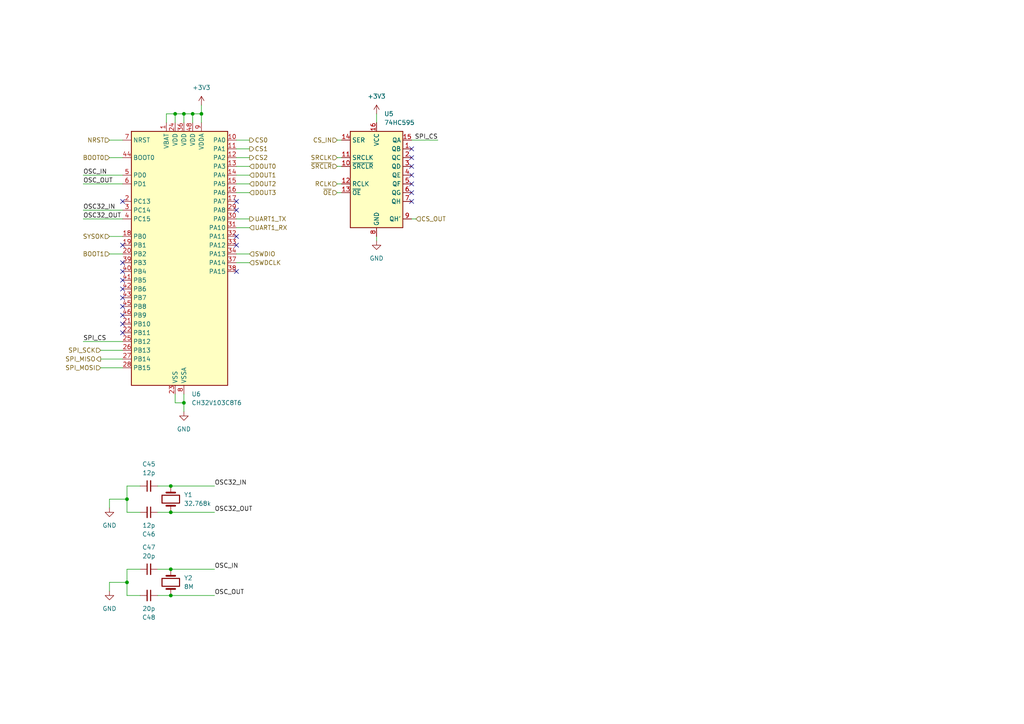
<source format=kicad_sch>
(kicad_sch (version 20230121) (generator eeschema)

  (uuid 12777b68-863e-40ea-be24-6e4f07847ea6)

  (paper "A4")

  (title_block
    (title "Yet Another EXG Channel Board")
    (date "2024-02-07")
    (rev "1")
    (company "Yet Another AI Ltd.")
  )

  (lib_symbols
    (symbol "74xx:74HC595" (in_bom yes) (on_board yes)
      (property "Reference" "U" (at -7.62 13.97 0)
        (effects (font (size 1.27 1.27)))
      )
      (property "Value" "74HC595" (at -7.62 -16.51 0)
        (effects (font (size 1.27 1.27)))
      )
      (property "Footprint" "" (at 0 0 0)
        (effects (font (size 1.27 1.27)) hide)
      )
      (property "Datasheet" "http://www.ti.com/lit/ds/symlink/sn74hc595.pdf" (at 0 0 0)
        (effects (font (size 1.27 1.27)) hide)
      )
      (property "ki_keywords" "HCMOS SR 3State" (at 0 0 0)
        (effects (font (size 1.27 1.27)) hide)
      )
      (property "ki_description" "8-bit serial in/out Shift Register 3-State Outputs" (at 0 0 0)
        (effects (font (size 1.27 1.27)) hide)
      )
      (property "ki_fp_filters" "DIP*W7.62mm* SOIC*3.9x9.9mm*P1.27mm* TSSOP*4.4x5mm*P0.65mm* SOIC*5.3x10.2mm*P1.27mm* SOIC*7.5x10.3mm*P1.27mm*" (at 0 0 0)
        (effects (font (size 1.27 1.27)) hide)
      )
      (symbol "74HC595_1_0"
        (pin tri_state line (at 10.16 7.62 180) (length 2.54)
          (name "QB" (effects (font (size 1.27 1.27))))
          (number "1" (effects (font (size 1.27 1.27))))
        )
        (pin input line (at -10.16 2.54 0) (length 2.54)
          (name "~{SRCLR}" (effects (font (size 1.27 1.27))))
          (number "10" (effects (font (size 1.27 1.27))))
        )
        (pin input line (at -10.16 5.08 0) (length 2.54)
          (name "SRCLK" (effects (font (size 1.27 1.27))))
          (number "11" (effects (font (size 1.27 1.27))))
        )
        (pin input line (at -10.16 -2.54 0) (length 2.54)
          (name "RCLK" (effects (font (size 1.27 1.27))))
          (number "12" (effects (font (size 1.27 1.27))))
        )
        (pin input line (at -10.16 -5.08 0) (length 2.54)
          (name "~{OE}" (effects (font (size 1.27 1.27))))
          (number "13" (effects (font (size 1.27 1.27))))
        )
        (pin input line (at -10.16 10.16 0) (length 2.54)
          (name "SER" (effects (font (size 1.27 1.27))))
          (number "14" (effects (font (size 1.27 1.27))))
        )
        (pin tri_state line (at 10.16 10.16 180) (length 2.54)
          (name "QA" (effects (font (size 1.27 1.27))))
          (number "15" (effects (font (size 1.27 1.27))))
        )
        (pin power_in line (at 0 15.24 270) (length 2.54)
          (name "VCC" (effects (font (size 1.27 1.27))))
          (number "16" (effects (font (size 1.27 1.27))))
        )
        (pin tri_state line (at 10.16 5.08 180) (length 2.54)
          (name "QC" (effects (font (size 1.27 1.27))))
          (number "2" (effects (font (size 1.27 1.27))))
        )
        (pin tri_state line (at 10.16 2.54 180) (length 2.54)
          (name "QD" (effects (font (size 1.27 1.27))))
          (number "3" (effects (font (size 1.27 1.27))))
        )
        (pin tri_state line (at 10.16 0 180) (length 2.54)
          (name "QE" (effects (font (size 1.27 1.27))))
          (number "4" (effects (font (size 1.27 1.27))))
        )
        (pin tri_state line (at 10.16 -2.54 180) (length 2.54)
          (name "QF" (effects (font (size 1.27 1.27))))
          (number "5" (effects (font (size 1.27 1.27))))
        )
        (pin tri_state line (at 10.16 -5.08 180) (length 2.54)
          (name "QG" (effects (font (size 1.27 1.27))))
          (number "6" (effects (font (size 1.27 1.27))))
        )
        (pin tri_state line (at 10.16 -7.62 180) (length 2.54)
          (name "QH" (effects (font (size 1.27 1.27))))
          (number "7" (effects (font (size 1.27 1.27))))
        )
        (pin power_in line (at 0 -17.78 90) (length 2.54)
          (name "GND" (effects (font (size 1.27 1.27))))
          (number "8" (effects (font (size 1.27 1.27))))
        )
        (pin output line (at 10.16 -12.7 180) (length 2.54)
          (name "QH'" (effects (font (size 1.27 1.27))))
          (number "9" (effects (font (size 1.27 1.27))))
        )
      )
      (symbol "74HC595_1_1"
        (rectangle (start -7.62 12.7) (end 7.62 -15.24)
          (stroke (width 0.254) (type default))
          (fill (type background))
        )
      )
    )
    (symbol "Device:C_Small" (pin_numbers hide) (pin_names (offset 0.254) hide) (in_bom yes) (on_board yes)
      (property "Reference" "C" (at 0.254 1.778 0)
        (effects (font (size 1.27 1.27)) (justify left))
      )
      (property "Value" "C_Small" (at 0.254 -2.032 0)
        (effects (font (size 1.27 1.27)) (justify left))
      )
      (property "Footprint" "" (at 0 0 0)
        (effects (font (size 1.27 1.27)) hide)
      )
      (property "Datasheet" "~" (at 0 0 0)
        (effects (font (size 1.27 1.27)) hide)
      )
      (property "ki_keywords" "capacitor cap" (at 0 0 0)
        (effects (font (size 1.27 1.27)) hide)
      )
      (property "ki_description" "Unpolarized capacitor, small symbol" (at 0 0 0)
        (effects (font (size 1.27 1.27)) hide)
      )
      (property "ki_fp_filters" "C_*" (at 0 0 0)
        (effects (font (size 1.27 1.27)) hide)
      )
      (symbol "C_Small_0_1"
        (polyline
          (pts
            (xy -1.524 -0.508)
            (xy 1.524 -0.508)
          )
          (stroke (width 0.3302) (type default))
          (fill (type none))
        )
        (polyline
          (pts
            (xy -1.524 0.508)
            (xy 1.524 0.508)
          )
          (stroke (width 0.3048) (type default))
          (fill (type none))
        )
      )
      (symbol "C_Small_1_1"
        (pin passive line (at 0 2.54 270) (length 2.032)
          (name "~" (effects (font (size 1.27 1.27))))
          (number "1" (effects (font (size 1.27 1.27))))
        )
        (pin passive line (at 0 -2.54 90) (length 2.032)
          (name "~" (effects (font (size 1.27 1.27))))
          (number "2" (effects (font (size 1.27 1.27))))
        )
      )
    )
    (symbol "Device:Crystal" (pin_numbers hide) (pin_names (offset 1.016) hide) (in_bom yes) (on_board yes)
      (property "Reference" "Y" (at 0 3.81 0)
        (effects (font (size 1.27 1.27)))
      )
      (property "Value" "Crystal" (at 0 -3.81 0)
        (effects (font (size 1.27 1.27)))
      )
      (property "Footprint" "" (at 0 0 0)
        (effects (font (size 1.27 1.27)) hide)
      )
      (property "Datasheet" "~" (at 0 0 0)
        (effects (font (size 1.27 1.27)) hide)
      )
      (property "ki_keywords" "quartz ceramic resonator oscillator" (at 0 0 0)
        (effects (font (size 1.27 1.27)) hide)
      )
      (property "ki_description" "Two pin crystal" (at 0 0 0)
        (effects (font (size 1.27 1.27)) hide)
      )
      (property "ki_fp_filters" "Crystal*" (at 0 0 0)
        (effects (font (size 1.27 1.27)) hide)
      )
      (symbol "Crystal_0_1"
        (rectangle (start -1.143 2.54) (end 1.143 -2.54)
          (stroke (width 0.3048) (type default))
          (fill (type none))
        )
        (polyline
          (pts
            (xy -2.54 0)
            (xy -1.905 0)
          )
          (stroke (width 0) (type default))
          (fill (type none))
        )
        (polyline
          (pts
            (xy -1.905 -1.27)
            (xy -1.905 1.27)
          )
          (stroke (width 0.508) (type default))
          (fill (type none))
        )
        (polyline
          (pts
            (xy 1.905 -1.27)
            (xy 1.905 1.27)
          )
          (stroke (width 0.508) (type default))
          (fill (type none))
        )
        (polyline
          (pts
            (xy 2.54 0)
            (xy 1.905 0)
          )
          (stroke (width 0) (type default))
          (fill (type none))
        )
      )
      (symbol "Crystal_1_1"
        (pin passive line (at -3.81 0 0) (length 1.27)
          (name "1" (effects (font (size 1.27 1.27))))
          (number "1" (effects (font (size 1.27 1.27))))
        )
        (pin passive line (at 3.81 0 180) (length 1.27)
          (name "2" (effects (font (size 1.27 1.27))))
          (number "2" (effects (font (size 1.27 1.27))))
        )
      )
    )
    (symbol "MCU_WCH:CH32V103C8T6" (in_bom yes) (on_board yes)
      (property "Reference" "U" (at -12.7 39.37 0)
        (effects (font (size 1.27 1.27)) (justify left))
      )
      (property "Value" "CH32V103C8T6" (at 10.16 39.37 0)
        (effects (font (size 1.27 1.27)) (justify left))
      )
      (property "Footprint" "Package_QFP:LQFP-48_7x7mm_P0.5mm" (at -12.7 -35.56 0)
        (effects (font (size 1.27 1.27)) (justify right) hide)
      )
      (property "Datasheet" "https://www.wch-ic.com/downloads/CH32F103DS0_PDF.html" (at 0 0 0)
        (effects (font (size 1.27 1.27)) hide)
      )
      (property "LCSC ID" "C2764428" (at 0 0 0)
        (effects (font (size 1.27 1.27)))
      )
      (property "ki_keywords" "RISC-V Qingke-V3A CH32V1 CH32V103" (at 0 0 0)
        (effects (font (size 1.27 1.27)) hide)
      )
      (property "ki_description" "WCH Qingke-V3A MCU, 64KB flash, 20KB RAM, 80MHz, 2.7-5.5V, 37 GPIO, LQFP48" (at 0 0 0)
        (effects (font (size 1.27 1.27)) hide)
      )
      (property "ki_fp_filters" "LQFP*7x7mm*P0.5mm*" (at 0 0 0)
        (effects (font (size 1.27 1.27)) hide)
      )
      (symbol "CH32V103C8T6_0_1"
        (rectangle (start -12.7 38.1) (end 15.24 -35.56)
          (stroke (width 0.254) (type default))
          (fill (type background))
        )
      )
      (symbol "CH32V103C8T6_1_1"
        (pin power_in line (at -2.54 40.64 270) (length 2.54)
          (name "VBAT" (effects (font (size 1.27 1.27))))
          (number "1" (effects (font (size 1.27 1.27))))
        )
        (pin bidirectional line (at 17.78 35.56 180) (length 2.54)
          (name "PA0" (effects (font (size 1.27 1.27))))
          (number "10" (effects (font (size 1.27 1.27))))
          (alternate "ADC1_IN0" bidirectional line)
          (alternate "ADC2_IN0" bidirectional line)
          (alternate "SYS_WKUP" bidirectional line)
          (alternate "TIM2_CH1" bidirectional line)
          (alternate "TIM2_ETR" bidirectional line)
          (alternate "USART2_CTS" bidirectional line)
        )
        (pin bidirectional line (at 17.78 33.02 180) (length 2.54)
          (name "PA1" (effects (font (size 1.27 1.27))))
          (number "11" (effects (font (size 1.27 1.27))))
          (alternate "ADC1_IN1" bidirectional line)
          (alternate "ADC2_IN1" bidirectional line)
          (alternate "TIM2_CH2" bidirectional line)
          (alternate "USART2_RTS" bidirectional line)
        )
        (pin bidirectional line (at 17.78 30.48 180) (length 2.54)
          (name "PA2" (effects (font (size 1.27 1.27))))
          (number "12" (effects (font (size 1.27 1.27))))
          (alternate "ADC1_IN2" bidirectional line)
          (alternate "ADC2_IN2" bidirectional line)
          (alternate "TIM2_CH3" bidirectional line)
          (alternate "USART2_TX" bidirectional line)
        )
        (pin bidirectional line (at 17.78 27.94 180) (length 2.54)
          (name "PA3" (effects (font (size 1.27 1.27))))
          (number "13" (effects (font (size 1.27 1.27))))
          (alternate "ADC1_IN3" bidirectional line)
          (alternate "ADC2_IN3" bidirectional line)
          (alternate "TIM2_CH4" bidirectional line)
          (alternate "USART2_RX" bidirectional line)
        )
        (pin bidirectional line (at 17.78 25.4 180) (length 2.54)
          (name "PA4" (effects (font (size 1.27 1.27))))
          (number "14" (effects (font (size 1.27 1.27))))
          (alternate "ADC1_IN4" bidirectional line)
          (alternate "ADC2_IN4" bidirectional line)
          (alternate "SPI1_NSS" bidirectional line)
          (alternate "USART2_CK" bidirectional line)
        )
        (pin bidirectional line (at 17.78 22.86 180) (length 2.54)
          (name "PA5" (effects (font (size 1.27 1.27))))
          (number "15" (effects (font (size 1.27 1.27))))
          (alternate "ADC1_IN5" bidirectional line)
          (alternate "ADC2_IN5" bidirectional line)
          (alternate "SPI1_SCK" bidirectional line)
        )
        (pin bidirectional line (at 17.78 20.32 180) (length 2.54)
          (name "PA6" (effects (font (size 1.27 1.27))))
          (number "16" (effects (font (size 1.27 1.27))))
          (alternate "ADC1_IN6" bidirectional line)
          (alternate "ADC2_IN6" bidirectional line)
          (alternate "SPI1_MISO" bidirectional line)
          (alternate "TIM1_BKIN" bidirectional line)
          (alternate "TIM3_CH1" bidirectional line)
        )
        (pin bidirectional line (at 17.78 17.78 180) (length 2.54)
          (name "PA7" (effects (font (size 1.27 1.27))))
          (number "17" (effects (font (size 1.27 1.27))))
          (alternate "ADC1_IN7" bidirectional line)
          (alternate "ADC2_IN7" bidirectional line)
          (alternate "SPI1_MOSI" bidirectional line)
          (alternate "TIM1_CH1N" bidirectional line)
          (alternate "TIM3_CH2" bidirectional line)
        )
        (pin bidirectional line (at -15.24 7.62 0) (length 2.54)
          (name "PB0" (effects (font (size 1.27 1.27))))
          (number "18" (effects (font (size 1.27 1.27))))
          (alternate "ADC1_IN8" bidirectional line)
          (alternate "ADC2_IN8" bidirectional line)
          (alternate "TIM1_CH2N" bidirectional line)
          (alternate "TIM3_CH3" bidirectional line)
        )
        (pin bidirectional line (at -15.24 5.08 0) (length 2.54)
          (name "PB1" (effects (font (size 1.27 1.27))))
          (number "19" (effects (font (size 1.27 1.27))))
          (alternate "ADC1_IN9" bidirectional line)
          (alternate "ADC2_IN9" bidirectional line)
          (alternate "TIM1_CH3N" bidirectional line)
          (alternate "TIM3_CH4" bidirectional line)
        )
        (pin bidirectional line (at -15.24 17.78 0) (length 2.54)
          (name "PC13" (effects (font (size 1.27 1.27))))
          (number "2" (effects (font (size 1.27 1.27))))
          (alternate "RTC_OUT" bidirectional line)
          (alternate "RTC_TAMPER" bidirectional line)
        )
        (pin bidirectional line (at -15.24 2.54 0) (length 2.54)
          (name "PB2" (effects (font (size 1.27 1.27))))
          (number "20" (effects (font (size 1.27 1.27))))
        )
        (pin bidirectional line (at -15.24 -17.78 0) (length 2.54)
          (name "PB10" (effects (font (size 1.27 1.27))))
          (number "21" (effects (font (size 1.27 1.27))))
          (alternate "I2C2_SCL" bidirectional line)
          (alternate "TIM2_CH3" bidirectional line)
          (alternate "USART3_TX" bidirectional line)
        )
        (pin bidirectional line (at -15.24 -20.32 0) (length 2.54)
          (name "PB11" (effects (font (size 1.27 1.27))))
          (number "22" (effects (font (size 1.27 1.27))))
          (alternate "ADC1_EXTI11" bidirectional line)
          (alternate "ADC2_EXTI11" bidirectional line)
          (alternate "I2C2_SDA" bidirectional line)
          (alternate "TIM2_CH4" bidirectional line)
          (alternate "USART3_RX" bidirectional line)
        )
        (pin power_in line (at 0 -38.1 90) (length 2.54)
          (name "VSS" (effects (font (size 1.27 1.27))))
          (number "23" (effects (font (size 1.27 1.27))))
        )
        (pin power_in line (at 0 40.64 270) (length 2.54)
          (name "VDD" (effects (font (size 1.27 1.27))))
          (number "24" (effects (font (size 1.27 1.27))))
        )
        (pin bidirectional line (at -15.24 -22.86 0) (length 2.54)
          (name "PB12" (effects (font (size 1.27 1.27))))
          (number "25" (effects (font (size 1.27 1.27))))
          (alternate "I2C2_SMBA" bidirectional line)
          (alternate "SPI2_NSS" bidirectional line)
          (alternate "TIM1_BKIN" bidirectional line)
          (alternate "USART3_CK" bidirectional line)
        )
        (pin bidirectional line (at -15.24 -25.4 0) (length 2.54)
          (name "PB13" (effects (font (size 1.27 1.27))))
          (number "26" (effects (font (size 1.27 1.27))))
          (alternate "SPI2_SCK" bidirectional line)
          (alternate "TIM1_CH1N" bidirectional line)
          (alternate "USART3_CTS" bidirectional line)
        )
        (pin bidirectional line (at -15.24 -27.94 0) (length 2.54)
          (name "PB14" (effects (font (size 1.27 1.27))))
          (number "27" (effects (font (size 1.27 1.27))))
          (alternate "SPI2_MISO" bidirectional line)
          (alternate "TIM1_CH2N" bidirectional line)
          (alternate "USART3_RTS" bidirectional line)
        )
        (pin bidirectional line (at -15.24 -30.48 0) (length 2.54)
          (name "PB15" (effects (font (size 1.27 1.27))))
          (number "28" (effects (font (size 1.27 1.27))))
          (alternate "ADC1_EXTI15" bidirectional line)
          (alternate "ADC2_EXTI15" bidirectional line)
          (alternate "SPI2_MOSI" bidirectional line)
          (alternate "TIM1_CH3N" bidirectional line)
        )
        (pin bidirectional line (at 17.78 15.24 180) (length 2.54)
          (name "PA8" (effects (font (size 1.27 1.27))))
          (number "29" (effects (font (size 1.27 1.27))))
          (alternate "RCC_MCO" bidirectional line)
          (alternate "TIM1_CH1" bidirectional line)
          (alternate "USART1_CK" bidirectional line)
        )
        (pin bidirectional line (at -15.24 15.24 0) (length 2.54)
          (name "PC14" (effects (font (size 1.27 1.27))))
          (number "3" (effects (font (size 1.27 1.27))))
          (alternate "RCC_OSC32_IN" bidirectional line)
        )
        (pin bidirectional line (at 17.78 12.7 180) (length 2.54)
          (name "PA9" (effects (font (size 1.27 1.27))))
          (number "30" (effects (font (size 1.27 1.27))))
          (alternate "TIM1_CH2" bidirectional line)
          (alternate "USART1_TX" bidirectional line)
        )
        (pin bidirectional line (at 17.78 10.16 180) (length 2.54)
          (name "PA10" (effects (font (size 1.27 1.27))))
          (number "31" (effects (font (size 1.27 1.27))))
          (alternate "TIM1_CH3" bidirectional line)
          (alternate "USART1_RX" bidirectional line)
        )
        (pin bidirectional line (at 17.78 7.62 180) (length 2.54)
          (name "PA11" (effects (font (size 1.27 1.27))))
          (number "32" (effects (font (size 1.27 1.27))))
          (alternate "ADC1_EXTI11" bidirectional line)
          (alternate "ADC2_EXTI11" bidirectional line)
          (alternate "CAN_RX" bidirectional line)
          (alternate "TIM1_CH4" bidirectional line)
          (alternate "USART1_CTS" bidirectional line)
          (alternate "USB_DM" bidirectional line)
        )
        (pin bidirectional line (at 17.78 5.08 180) (length 2.54)
          (name "PA12" (effects (font (size 1.27 1.27))))
          (number "33" (effects (font (size 1.27 1.27))))
          (alternate "CAN_TX" bidirectional line)
          (alternate "TIM1_ETR" bidirectional line)
          (alternate "USART1_RTS" bidirectional line)
          (alternate "USB_DP" bidirectional line)
        )
        (pin bidirectional line (at 17.78 2.54 180) (length 2.54)
          (name "PA13" (effects (font (size 1.27 1.27))))
          (number "34" (effects (font (size 1.27 1.27))))
          (alternate "SYS_JTMS-SWDIO" bidirectional line)
        )
        (pin passive line (at 0 -38.1 90) (length 2.54) hide
          (name "VSS" (effects (font (size 1.27 1.27))))
          (number "35" (effects (font (size 1.27 1.27))))
        )
        (pin power_in line (at 2.54 40.64 270) (length 2.54)
          (name "VDD" (effects (font (size 1.27 1.27))))
          (number "36" (effects (font (size 1.27 1.27))))
        )
        (pin bidirectional line (at 17.78 0 180) (length 2.54)
          (name "PA14" (effects (font (size 1.27 1.27))))
          (number "37" (effects (font (size 1.27 1.27))))
          (alternate "SYS_JTCK-SWCLK" bidirectional line)
        )
        (pin bidirectional line (at 17.78 -2.54 180) (length 2.54)
          (name "PA15" (effects (font (size 1.27 1.27))))
          (number "38" (effects (font (size 1.27 1.27))))
          (alternate "ADC1_EXTI15" bidirectional line)
          (alternate "ADC2_EXTI15" bidirectional line)
          (alternate "SPI1_NSS" bidirectional line)
          (alternate "SYS_JTDI" bidirectional line)
          (alternate "TIM2_CH1" bidirectional line)
          (alternate "TIM2_ETR" bidirectional line)
        )
        (pin bidirectional line (at -15.24 0 0) (length 2.54)
          (name "PB3" (effects (font (size 1.27 1.27))))
          (number "39" (effects (font (size 1.27 1.27))))
          (alternate "SPI1_SCK" bidirectional line)
          (alternate "SYS_JTDO-TRACESWO" bidirectional line)
          (alternate "TIM2_CH2" bidirectional line)
        )
        (pin bidirectional line (at -15.24 12.7 0) (length 2.54)
          (name "PC15" (effects (font (size 1.27 1.27))))
          (number "4" (effects (font (size 1.27 1.27))))
          (alternate "ADC1_EXTI15" bidirectional line)
          (alternate "ADC2_EXTI15" bidirectional line)
          (alternate "RCC_OSC32_OUT" bidirectional line)
        )
        (pin bidirectional line (at -15.24 -2.54 0) (length 2.54)
          (name "PB4" (effects (font (size 1.27 1.27))))
          (number "40" (effects (font (size 1.27 1.27))))
          (alternate "SPI1_MISO" bidirectional line)
          (alternate "SYS_NJTRST" bidirectional line)
          (alternate "TIM3_CH1" bidirectional line)
        )
        (pin bidirectional line (at -15.24 -5.08 0) (length 2.54)
          (name "PB5" (effects (font (size 1.27 1.27))))
          (number "41" (effects (font (size 1.27 1.27))))
          (alternate "I2C1_SMBA" bidirectional line)
          (alternate "SPI1_MOSI" bidirectional line)
          (alternate "TIM3_CH2" bidirectional line)
        )
        (pin bidirectional line (at -15.24 -7.62 0) (length 2.54)
          (name "PB6" (effects (font (size 1.27 1.27))))
          (number "42" (effects (font (size 1.27 1.27))))
          (alternate "I2C1_SCL" bidirectional line)
          (alternate "TIM4_CH1" bidirectional line)
          (alternate "USART1_TX" bidirectional line)
        )
        (pin bidirectional line (at -15.24 -10.16 0) (length 2.54)
          (name "PB7" (effects (font (size 1.27 1.27))))
          (number "43" (effects (font (size 1.27 1.27))))
          (alternate "I2C1_SDA" bidirectional line)
          (alternate "TIM4_CH2" bidirectional line)
          (alternate "USART1_RX" bidirectional line)
        )
        (pin input line (at -15.24 30.48 0) (length 2.54)
          (name "BOOT0" (effects (font (size 1.27 1.27))))
          (number "44" (effects (font (size 1.27 1.27))))
        )
        (pin bidirectional line (at -15.24 -12.7 0) (length 2.54)
          (name "PB8" (effects (font (size 1.27 1.27))))
          (number "45" (effects (font (size 1.27 1.27))))
          (alternate "CAN_RX" bidirectional line)
          (alternate "I2C1_SCL" bidirectional line)
          (alternate "TIM4_CH3" bidirectional line)
        )
        (pin bidirectional line (at -15.24 -15.24 0) (length 2.54)
          (name "PB9" (effects (font (size 1.27 1.27))))
          (number "46" (effects (font (size 1.27 1.27))))
          (alternate "CAN_TX" bidirectional line)
          (alternate "I2C1_SDA" bidirectional line)
          (alternate "TIM4_CH4" bidirectional line)
        )
        (pin passive line (at 0 -38.1 90) (length 2.54) hide
          (name "VSS" (effects (font (size 1.27 1.27))))
          (number "47" (effects (font (size 1.27 1.27))))
        )
        (pin power_in line (at 5.08 40.64 270) (length 2.54)
          (name "VDD" (effects (font (size 1.27 1.27))))
          (number "48" (effects (font (size 1.27 1.27))))
        )
        (pin bidirectional line (at -15.24 25.4 0) (length 2.54)
          (name "PD0" (effects (font (size 1.27 1.27))))
          (number "5" (effects (font (size 1.27 1.27))))
          (alternate "RCC_OSC_IN" bidirectional line)
        )
        (pin bidirectional line (at -15.24 22.86 0) (length 2.54)
          (name "PD1" (effects (font (size 1.27 1.27))))
          (number "6" (effects (font (size 1.27 1.27))))
          (alternate "RCC_OSC_OUT" bidirectional line)
        )
        (pin input line (at -15.24 35.56 0) (length 2.54)
          (name "NRST" (effects (font (size 1.27 1.27))))
          (number "7" (effects (font (size 1.27 1.27))))
        )
        (pin power_in line (at 2.54 -38.1 90) (length 2.54)
          (name "VSSA" (effects (font (size 1.27 1.27))))
          (number "8" (effects (font (size 1.27 1.27))))
        )
        (pin power_in line (at 7.62 40.64 270) (length 2.54)
          (name "VDDA" (effects (font (size 1.27 1.27))))
          (number "9" (effects (font (size 1.27 1.27))))
        )
      )
    )
    (symbol "power:+3V3" (power) (pin_names (offset 0)) (in_bom yes) (on_board yes)
      (property "Reference" "#PWR" (at 0 -3.81 0)
        (effects (font (size 1.27 1.27)) hide)
      )
      (property "Value" "+3V3" (at 0 3.556 0)
        (effects (font (size 1.27 1.27)))
      )
      (property "Footprint" "" (at 0 0 0)
        (effects (font (size 1.27 1.27)) hide)
      )
      (property "Datasheet" "" (at 0 0 0)
        (effects (font (size 1.27 1.27)) hide)
      )
      (property "ki_keywords" "global power" (at 0 0 0)
        (effects (font (size 1.27 1.27)) hide)
      )
      (property "ki_description" "Power symbol creates a global label with name \"+3V3\"" (at 0 0 0)
        (effects (font (size 1.27 1.27)) hide)
      )
      (symbol "+3V3_0_1"
        (polyline
          (pts
            (xy -0.762 1.27)
            (xy 0 2.54)
          )
          (stroke (width 0) (type default))
          (fill (type none))
        )
        (polyline
          (pts
            (xy 0 0)
            (xy 0 2.54)
          )
          (stroke (width 0) (type default))
          (fill (type none))
        )
        (polyline
          (pts
            (xy 0 2.54)
            (xy 0.762 1.27)
          )
          (stroke (width 0) (type default))
          (fill (type none))
        )
      )
      (symbol "+3V3_1_1"
        (pin power_in line (at 0 0 90) (length 0) hide
          (name "+3V3" (effects (font (size 1.27 1.27))))
          (number "1" (effects (font (size 1.27 1.27))))
        )
      )
    )
    (symbol "power:GND" (power) (pin_names (offset 0)) (in_bom yes) (on_board yes)
      (property "Reference" "#PWR" (at 0 -6.35 0)
        (effects (font (size 1.27 1.27)) hide)
      )
      (property "Value" "GND" (at 0 -3.81 0)
        (effects (font (size 1.27 1.27)))
      )
      (property "Footprint" "" (at 0 0 0)
        (effects (font (size 1.27 1.27)) hide)
      )
      (property "Datasheet" "" (at 0 0 0)
        (effects (font (size 1.27 1.27)) hide)
      )
      (property "ki_keywords" "global power" (at 0 0 0)
        (effects (font (size 1.27 1.27)) hide)
      )
      (property "ki_description" "Power symbol creates a global label with name \"GND\" , ground" (at 0 0 0)
        (effects (font (size 1.27 1.27)) hide)
      )
      (symbol "GND_0_1"
        (polyline
          (pts
            (xy 0 0)
            (xy 0 -1.27)
            (xy 1.27 -1.27)
            (xy 0 -2.54)
            (xy -1.27 -1.27)
            (xy 0 -1.27)
          )
          (stroke (width 0) (type default))
          (fill (type none))
        )
      )
      (symbol "GND_1_1"
        (pin power_in line (at 0 0 270) (length 0) hide
          (name "GND" (effects (font (size 1.27 1.27))))
          (number "1" (effects (font (size 1.27 1.27))))
        )
      )
    )
  )

  (junction (at 55.88 33.02) (diameter 0) (color 0 0 0 0)
    (uuid 263ba4e5-d2af-4f82-9306-98bdd481dbe2)
  )
  (junction (at 53.34 33.02) (diameter 0) (color 0 0 0 0)
    (uuid 40ab4af9-0a5d-4202-b1e8-07fdef6de1a0)
  )
  (junction (at 49.53 172.72) (diameter 0) (color 0 0 0 0)
    (uuid 586f4c33-553b-4c0d-aabd-733ba71dca7c)
  )
  (junction (at 58.42 33.02) (diameter 0) (color 0 0 0 0)
    (uuid 886d1376-b25b-47c3-8b96-764f517cc816)
  )
  (junction (at 36.83 168.91) (diameter 0) (color 0 0 0 0)
    (uuid 8b195255-23c9-4040-a6f1-d25653751939)
  )
  (junction (at 49.53 165.1) (diameter 0) (color 0 0 0 0)
    (uuid 92dfbde7-2d92-4c1d-891e-8f91a2bfe1cf)
  )
  (junction (at 49.53 140.97) (diameter 0) (color 0 0 0 0)
    (uuid bafb534c-ed45-4f0f-a3a3-74d58fe493f0)
  )
  (junction (at 50.8 33.02) (diameter 0) (color 0 0 0 0)
    (uuid bf6de36e-892d-4664-9b36-efc6b1e8e900)
  )
  (junction (at 49.53 148.59) (diameter 0) (color 0 0 0 0)
    (uuid bfcac3e1-8111-4a69-845f-906ce83635a0)
  )
  (junction (at 53.34 116.84) (diameter 0) (color 0 0 0 0)
    (uuid c411bd81-5dfd-4dff-a0d2-7e25ecc10807)
  )
  (junction (at 36.83 144.78) (diameter 0) (color 0 0 0 0)
    (uuid df952cb4-e152-4935-b78e-704a864d91f4)
  )

  (no_connect (at 35.56 83.82) (uuid 117486b0-4e6b-4aaf-b28c-0a2a60ea3b2a))
  (no_connect (at 68.58 60.96) (uuid 1c86a3e7-141d-498c-9061-54dc4f06779e))
  (no_connect (at 35.56 91.44) (uuid 23ebf1cc-f5b7-412c-bca1-38d84783e136))
  (no_connect (at 119.38 55.88) (uuid 2c073436-7d90-49dd-a624-04de9f2f4892))
  (no_connect (at 68.58 71.12) (uuid 3b053c3c-47ea-4ec7-a808-6185ce801554))
  (no_connect (at 119.38 53.34) (uuid 4318736d-4c47-4bc8-ada0-d7ff14380e13))
  (no_connect (at 35.56 96.52) (uuid 62c8a438-a005-4cdc-84d7-4cac9599e8b9))
  (no_connect (at 35.56 93.98) (uuid 6b0b66ca-c821-4674-b97d-668f448dda5c))
  (no_connect (at 68.58 58.42) (uuid 6c59ca42-6e75-49b7-8c46-f8df0fc374d3))
  (no_connect (at 119.38 48.26) (uuid 71060979-50ab-463c-8eae-b9e99e23bc58))
  (no_connect (at 35.56 58.42) (uuid 8def0e38-8176-4728-8891-a472c7d97e4d))
  (no_connect (at 35.56 71.12) (uuid 904c3410-dc68-4027-bf0f-13f9ae27aeaa))
  (no_connect (at 119.38 50.8) (uuid 918f8627-675e-476e-8835-e51ca0ad6fa4))
  (no_connect (at 119.38 45.72) (uuid ab337138-5797-4279-b105-3016bbc81b42))
  (no_connect (at 119.38 58.42) (uuid bf8ba6b2-1fc6-4592-9f59-cff92144ea08))
  (no_connect (at 68.58 78.74) (uuid c93f889d-cc51-4e81-ad70-506505f7a400))
  (no_connect (at 68.58 68.58) (uuid d535440d-b3f0-4987-b5f9-b2c447fd0aae))
  (no_connect (at 35.56 76.2) (uuid d9c41b8d-7127-421c-86e7-8c0f83b3a126))
  (no_connect (at 35.56 88.9) (uuid e3b7a72c-e8dc-4fec-84e8-308648868353))
  (no_connect (at 35.56 86.36) (uuid e5934cd8-1ee0-4ba4-aae4-817302cd549f))
  (no_connect (at 119.38 43.18) (uuid eaaa1e2a-889d-4fd0-a2dc-e723c4e82ea7))
  (no_connect (at 35.56 81.28) (uuid ed06ed5d-d3af-4df5-8c98-a13682bc6f29))
  (no_connect (at 35.56 78.74) (uuid fef902bf-6a6d-4630-a7e3-4368eb4a0eaf))

  (wire (pts (xy 72.39 73.66) (xy 68.58 73.66))
    (stroke (width 0) (type default))
    (uuid 0a589eb8-c13d-463c-b728-ce5be11fce5b)
  )
  (wire (pts (xy 31.75 40.64) (xy 35.56 40.64))
    (stroke (width 0) (type default))
    (uuid 0a82c39c-9203-4d53-9844-9c1525528539)
  )
  (wire (pts (xy 68.58 43.18) (xy 72.39 43.18))
    (stroke (width 0) (type default))
    (uuid 0c09e81c-f7ae-4542-bb1c-63ff6f37902c)
  )
  (wire (pts (xy 48.26 35.56) (xy 48.26 33.02))
    (stroke (width 0) (type default))
    (uuid 0e7f4e95-67f6-495f-ae1a-1a02cb3381c4)
  )
  (wire (pts (xy 31.75 168.91) (xy 31.75 171.45))
    (stroke (width 0) (type default))
    (uuid 0edec2cb-2421-4f15-a462-77e9a8e9d3b5)
  )
  (wire (pts (xy 68.58 40.64) (xy 72.39 40.64))
    (stroke (width 0) (type default))
    (uuid 173aac08-8333-40dc-8370-23a7c95c9c89)
  )
  (wire (pts (xy 24.13 63.5) (xy 35.56 63.5))
    (stroke (width 0) (type default))
    (uuid 20d95bcc-5dfa-4f45-afbc-70fb974f951c)
  )
  (wire (pts (xy 68.58 63.5) (xy 72.39 63.5))
    (stroke (width 0) (type default))
    (uuid 210ef596-3ad0-4a24-aa4b-5f4156d3f616)
  )
  (wire (pts (xy 49.53 148.59) (xy 45.72 148.59))
    (stroke (width 0) (type default))
    (uuid 2370902e-58c2-4f9b-abb1-5a242e1d3708)
  )
  (wire (pts (xy 50.8 114.3) (xy 50.8 116.84))
    (stroke (width 0) (type default))
    (uuid 27179384-b99c-41d7-ab5e-59a8cc2d6312)
  )
  (wire (pts (xy 40.64 165.1) (xy 36.83 165.1))
    (stroke (width 0) (type default))
    (uuid 2a1eb53a-051d-4167-9987-3940fd456d0d)
  )
  (wire (pts (xy 68.58 66.04) (xy 72.39 66.04))
    (stroke (width 0) (type default))
    (uuid 2b83eebd-f1e6-41ee-9323-9e3b7663d5b7)
  )
  (wire (pts (xy 36.83 168.91) (xy 36.83 172.72))
    (stroke (width 0) (type default))
    (uuid 2ee70dd3-d633-407f-ab34-0572e61c9846)
  )
  (wire (pts (xy 53.34 33.02) (xy 55.88 33.02))
    (stroke (width 0) (type default))
    (uuid 3c2a5f15-c87f-4f6f-b049-61775621b8f7)
  )
  (wire (pts (xy 68.58 76.2) (xy 72.39 76.2))
    (stroke (width 0) (type default))
    (uuid 3d8b5704-f96f-4356-a7fb-91cce36d9446)
  )
  (wire (pts (xy 50.8 33.02) (xy 50.8 35.56))
    (stroke (width 0) (type default))
    (uuid 436b1e57-7b6a-4b04-839e-731399cd027e)
  )
  (wire (pts (xy 58.42 33.02) (xy 58.42 35.56))
    (stroke (width 0) (type default))
    (uuid 4410d0d0-66e0-43da-a007-a429ea708ec4)
  )
  (wire (pts (xy 55.88 33.02) (xy 58.42 33.02))
    (stroke (width 0) (type default))
    (uuid 465a24fc-77f8-4cd9-aecb-6e55f0b7fd33)
  )
  (wire (pts (xy 49.53 165.1) (xy 62.23 165.1))
    (stroke (width 0) (type default))
    (uuid 46cbf835-73a3-4ebc-8df6-9347f3ceabd9)
  )
  (wire (pts (xy 62.23 148.59) (xy 49.53 148.59))
    (stroke (width 0) (type default))
    (uuid 50400435-3668-4823-8841-fedcc714c37b)
  )
  (wire (pts (xy 68.58 48.26) (xy 72.39 48.26))
    (stroke (width 0) (type default))
    (uuid 51e08378-0088-4f28-a404-35a0e9508ba2)
  )
  (wire (pts (xy 68.58 50.8) (xy 72.39 50.8))
    (stroke (width 0) (type default))
    (uuid 53e0b7c8-0e0a-4b30-a453-772815c1ec9f)
  )
  (wire (pts (xy 50.8 33.02) (xy 53.34 33.02))
    (stroke (width 0) (type default))
    (uuid 54c3cd4a-6e4a-40b2-b546-390708772204)
  )
  (wire (pts (xy 120.65 63.5) (xy 119.38 63.5))
    (stroke (width 0) (type default))
    (uuid 5611b979-4d9c-4b91-ad2f-901bcddd6168)
  )
  (wire (pts (xy 68.58 55.88) (xy 72.39 55.88))
    (stroke (width 0) (type default))
    (uuid 5cdfc208-beae-46b1-ae27-5b8ab1e6c858)
  )
  (wire (pts (xy 36.83 165.1) (xy 36.83 168.91))
    (stroke (width 0) (type default))
    (uuid 60c7d1d9-2d79-4e4d-a9f4-f1b7637f42b4)
  )
  (wire (pts (xy 53.34 114.3) (xy 53.34 116.84))
    (stroke (width 0) (type default))
    (uuid 65055c2f-e9e3-4de5-96b0-ef1d7ae7f4f8)
  )
  (wire (pts (xy 40.64 140.97) (xy 36.83 140.97))
    (stroke (width 0) (type default))
    (uuid 67ced59d-4dfe-4988-945b-14c380a732f0)
  )
  (wire (pts (xy 36.83 144.78) (xy 36.83 148.59))
    (stroke (width 0) (type default))
    (uuid 689619bf-cc75-4791-89d9-604d3c4fc7fb)
  )
  (wire (pts (xy 31.75 45.72) (xy 35.56 45.72))
    (stroke (width 0) (type default))
    (uuid 6908ef75-ddac-4653-99df-8311c45f934b)
  )
  (wire (pts (xy 24.13 60.96) (xy 35.56 60.96))
    (stroke (width 0) (type default))
    (uuid 6cd8cad3-648d-4c4a-8377-08cd5d17af6b)
  )
  (wire (pts (xy 97.79 48.26) (xy 99.06 48.26))
    (stroke (width 0) (type default))
    (uuid 6f5dc5cb-b3e7-4e1e-a021-701fc4334c57)
  )
  (wire (pts (xy 127 40.64) (xy 119.38 40.64))
    (stroke (width 0) (type default))
    (uuid 71a83524-b224-4ddf-96c6-1dfed3c85aab)
  )
  (wire (pts (xy 24.13 99.06) (xy 35.56 99.06))
    (stroke (width 0) (type default))
    (uuid 7f9b681b-226b-4e50-9637-bc2f86786cd3)
  )
  (wire (pts (xy 55.88 33.02) (xy 55.88 35.56))
    (stroke (width 0) (type default))
    (uuid 82f62fc4-d2a9-4bfa-86f3-237d9235ea86)
  )
  (wire (pts (xy 24.13 53.34) (xy 35.56 53.34))
    (stroke (width 0) (type default))
    (uuid 86b10601-29d9-4b35-8f95-ab3a466ea80c)
  )
  (wire (pts (xy 29.21 104.14) (xy 35.56 104.14))
    (stroke (width 0) (type default))
    (uuid 8d567a7d-0ab5-4555-9db8-39565e18b061)
  )
  (wire (pts (xy 36.83 140.97) (xy 36.83 144.78))
    (stroke (width 0) (type default))
    (uuid 8d6a697a-dd47-44c2-b3dd-c01f913962b5)
  )
  (wire (pts (xy 53.34 33.02) (xy 53.34 35.56))
    (stroke (width 0) (type default))
    (uuid 8dd491ad-911b-4235-963e-e94935632964)
  )
  (wire (pts (xy 50.8 116.84) (xy 53.34 116.84))
    (stroke (width 0) (type default))
    (uuid 8e4eadd3-e28a-41e0-8a5b-d91d1bf153aa)
  )
  (wire (pts (xy 68.58 45.72) (xy 72.39 45.72))
    (stroke (width 0) (type default))
    (uuid 938b5548-5d5c-4196-b82f-3cb1170016d5)
  )
  (wire (pts (xy 49.53 172.72) (xy 62.23 172.72))
    (stroke (width 0) (type default))
    (uuid a0725a46-2dce-4712-91e9-b8d81512d5f5)
  )
  (wire (pts (xy 97.79 45.72) (xy 99.06 45.72))
    (stroke (width 0) (type default))
    (uuid a3191700-20cd-441c-9dc2-ab26a81bfa47)
  )
  (wire (pts (xy 97.79 53.34) (xy 99.06 53.34))
    (stroke (width 0) (type default))
    (uuid a5ed71f8-b2c3-4902-87ad-4cc39b5d78b8)
  )
  (wire (pts (xy 29.21 101.6) (xy 35.56 101.6))
    (stroke (width 0) (type default))
    (uuid a70fa038-4f9c-4ac6-bc9a-c86d30806554)
  )
  (wire (pts (xy 24.13 50.8) (xy 35.56 50.8))
    (stroke (width 0) (type default))
    (uuid a915c159-251f-43ba-a8c7-595aa3aa6a5d)
  )
  (wire (pts (xy 36.83 148.59) (xy 40.64 148.59))
    (stroke (width 0) (type default))
    (uuid ab344ab3-8d39-40f8-9940-acdf3086edbc)
  )
  (wire (pts (xy 97.79 40.64) (xy 99.06 40.64))
    (stroke (width 0) (type default))
    (uuid ad294080-f562-4725-99dd-f6fdd5417f78)
  )
  (wire (pts (xy 48.26 33.02) (xy 50.8 33.02))
    (stroke (width 0) (type default))
    (uuid b15a8ee3-3619-45fa-9139-e1e731cd8387)
  )
  (wire (pts (xy 45.72 140.97) (xy 49.53 140.97))
    (stroke (width 0) (type default))
    (uuid b1d7a117-2a10-432a-bae6-43939ac180ea)
  )
  (wire (pts (xy 97.79 55.88) (xy 99.06 55.88))
    (stroke (width 0) (type default))
    (uuid b7101c07-0c15-4f50-9126-eb545876da0f)
  )
  (wire (pts (xy 68.58 53.34) (xy 72.39 53.34))
    (stroke (width 0) (type default))
    (uuid ba010b88-739c-476b-aa98-6b6e0b7b4c18)
  )
  (wire (pts (xy 53.34 119.38) (xy 53.34 116.84))
    (stroke (width 0) (type default))
    (uuid ba0ea910-4889-4423-b856-98a1a587859e)
  )
  (wire (pts (xy 36.83 172.72) (xy 40.64 172.72))
    (stroke (width 0) (type default))
    (uuid bb0527f5-9cd9-4c32-8e07-e372286e358d)
  )
  (wire (pts (xy 36.83 144.78) (xy 31.75 144.78))
    (stroke (width 0) (type default))
    (uuid c0eea8e3-38d3-44dc-a02a-829e23ede08b)
  )
  (wire (pts (xy 36.83 168.91) (xy 31.75 168.91))
    (stroke (width 0) (type default))
    (uuid c3f071c0-0bc0-4036-90bd-f71eb183476e)
  )
  (wire (pts (xy 109.22 68.58) (xy 109.22 69.85))
    (stroke (width 0) (type default))
    (uuid ce549bb7-4398-4253-b863-1940983036ce)
  )
  (wire (pts (xy 45.72 172.72) (xy 49.53 172.72))
    (stroke (width 0) (type default))
    (uuid d1d7099f-2b4d-4487-9c8b-373b9d27295a)
  )
  (wire (pts (xy 58.42 30.48) (xy 58.42 33.02))
    (stroke (width 0) (type default))
    (uuid d569be48-a95f-49fa-b90e-a99a1f615f6c)
  )
  (wire (pts (xy 45.72 165.1) (xy 49.53 165.1))
    (stroke (width 0) (type default))
    (uuid dedb22be-4e2f-4975-99f0-42bb81e064c9)
  )
  (wire (pts (xy 31.75 68.58) (xy 35.56 68.58))
    (stroke (width 0) (type default))
    (uuid e95237d6-f71a-4e44-92e4-52e9c41c8559)
  )
  (wire (pts (xy 29.21 106.68) (xy 35.56 106.68))
    (stroke (width 0) (type default))
    (uuid ed85c473-f56a-43ae-b0e3-8faa50a599b2)
  )
  (wire (pts (xy 49.53 140.97) (xy 62.23 140.97))
    (stroke (width 0) (type default))
    (uuid f1114278-5d1f-4b34-b85a-7ae88c23698f)
  )
  (wire (pts (xy 31.75 144.78) (xy 31.75 147.32))
    (stroke (width 0) (type default))
    (uuid f1d16635-2525-4b8e-81e9-5c848003cfd3)
  )
  (wire (pts (xy 31.75 73.66) (xy 35.56 73.66))
    (stroke (width 0) (type default))
    (uuid f8b05ece-c265-4700-8b91-db6d32b34663)
  )
  (wire (pts (xy 109.22 33.02) (xy 109.22 35.56))
    (stroke (width 0) (type default))
    (uuid f961ad88-b016-48fd-bf3f-8a39d82b526f)
  )

  (label "OSC32_OUT" (at 24.13 63.5 0) (fields_autoplaced)
    (effects (font (size 1.27 1.27)) (justify left bottom))
    (uuid 1f7fd155-d6ae-4730-9609-4eeec3b5b53b)
  )
  (label "OSC_IN" (at 62.23 165.1 0) (fields_autoplaced)
    (effects (font (size 1.27 1.27)) (justify left bottom))
    (uuid 62f9bb7a-f13b-4f86-b2c6-32bb875a2a01)
  )
  (label "OSC_OUT" (at 62.23 172.72 0) (fields_autoplaced)
    (effects (font (size 1.27 1.27)) (justify left bottom))
    (uuid 6c5b78eb-7d5d-4fe1-ba97-8d2655c35239)
  )
  (label "OSC_IN" (at 24.13 50.8 0) (fields_autoplaced)
    (effects (font (size 1.27 1.27)) (justify left bottom))
    (uuid 710fe8e4-b517-4b58-b950-2c82b943ceba)
  )
  (label "SPI_CS" (at 127 40.64 180) (fields_autoplaced)
    (effects (font (size 1.27 1.27)) (justify right bottom))
    (uuid 84d10d03-44d8-4b8f-9e4b-86a4027ec426)
  )
  (label "SPI_CS" (at 24.13 99.06 0) (fields_autoplaced)
    (effects (font (size 1.27 1.27)) (justify left bottom))
    (uuid 9859765c-0a85-4932-93f7-e657663d01e6)
  )
  (label "OSC32_OUT" (at 62.23 148.59 0) (fields_autoplaced)
    (effects (font (size 1.27 1.27)) (justify left bottom))
    (uuid ab6bf95a-18db-4ca0-ae1a-ac212fd7c2c3)
  )
  (label "OSC_OUT" (at 24.13 53.34 0) (fields_autoplaced)
    (effects (font (size 1.27 1.27)) (justify left bottom))
    (uuid cc3a8155-944d-4169-a9ab-5a62e5626ece)
  )
  (label "OSC32_IN" (at 62.23 140.97 0) (fields_autoplaced)
    (effects (font (size 1.27 1.27)) (justify left bottom))
    (uuid f3fce81e-5b68-493e-a1c0-8c0c944f2833)
  )
  (label "OSC32_IN" (at 24.13 60.96 0) (fields_autoplaced)
    (effects (font (size 1.27 1.27)) (justify left bottom))
    (uuid f52c1ae2-ecfd-4e39-8beb-825c7349c358)
  )

  (hierarchical_label "SPI_SCK" (shape input) (at 29.21 101.6 180) (fields_autoplaced)
    (effects (font (size 1.27 1.27)) (justify right))
    (uuid 00525cb7-0940-4093-9d78-14784af49774)
  )
  (hierarchical_label "CS_OUT" (shape input) (at 120.65 63.5 0) (fields_autoplaced)
    (effects (font (size 1.27 1.27)) (justify left))
    (uuid 0ca4db87-0dae-485a-9a6f-3fdbb626c2ec)
  )
  (hierarchical_label "BOOT1" (shape input) (at 31.75 73.66 180) (fields_autoplaced)
    (effects (font (size 1.27 1.27)) (justify right))
    (uuid 12f40f69-028c-4758-8358-f22b665b8d6e)
  )
  (hierarchical_label "SYSOK" (shape input) (at 31.75 68.58 180) (fields_autoplaced)
    (effects (font (size 1.27 1.27)) (justify right))
    (uuid 1982a61f-2bd5-4806-877f-5f8b5990ef42)
  )
  (hierarchical_label "DOUT1" (shape input) (at 72.39 50.8 0) (fields_autoplaced)
    (effects (font (size 1.27 1.27)) (justify left))
    (uuid 36b4e3c4-8aa3-40f1-afc4-f0789b919775)
  )
  (hierarchical_label "SRCLK" (shape input) (at 97.79 45.72 180) (fields_autoplaced)
    (effects (font (size 1.27 1.27)) (justify right))
    (uuid 55f3d379-06df-41f4-83f9-8d58c3198e29)
  )
  (hierarchical_label "SWDIO" (shape input) (at 72.39 73.66 0) (fields_autoplaced)
    (effects (font (size 1.27 1.27)) (justify left))
    (uuid 5e8ac4d6-3e4d-4b21-8e0c-4ba08468f003)
  )
  (hierarchical_label "SWDCLK" (shape input) (at 72.39 76.2 0) (fields_autoplaced)
    (effects (font (size 1.27 1.27)) (justify left))
    (uuid 80767252-42df-4f74-935b-0a86ec06e266)
  )
  (hierarchical_label "~{OE}" (shape input) (at 97.79 55.88 180) (fields_autoplaced)
    (effects (font (size 1.27 1.27)) (justify right))
    (uuid 8597882f-b1e1-421c-9842-6a5dae02998e)
  )
  (hierarchical_label "~{SRCLR}" (shape input) (at 97.79 48.26 180) (fields_autoplaced)
    (effects (font (size 1.27 1.27)) (justify right))
    (uuid 8e21fd25-5098-4ec4-ac65-9ee4ced90a80)
  )
  (hierarchical_label "CS1" (shape output) (at 72.39 43.18 0) (fields_autoplaced)
    (effects (font (size 1.27 1.27)) (justify left))
    (uuid 9d20ebd3-fb60-4e61-9737-f90d5cc40666)
  )
  (hierarchical_label "CS_IN" (shape input) (at 97.79 40.64 180) (fields_autoplaced)
    (effects (font (size 1.27 1.27)) (justify right))
    (uuid a1ef0cbe-44b1-46e9-b186-e40dfd7c321c)
  )
  (hierarchical_label "UART1_RX" (shape input) (at 72.39 66.04 0) (fields_autoplaced)
    (effects (font (size 1.27 1.27)) (justify left))
    (uuid b7335b3e-7c1d-4b4f-8407-d711582da185)
  )
  (hierarchical_label "RCLK" (shape input) (at 97.79 53.34 180) (fields_autoplaced)
    (effects (font (size 1.27 1.27)) (justify right))
    (uuid c11a569f-7cdf-403d-bb8d-ad0fe7889814)
  )
  (hierarchical_label "BOOT0" (shape input) (at 31.75 45.72 180) (fields_autoplaced)
    (effects (font (size 1.27 1.27)) (justify right))
    (uuid c58d4d06-8e38-4a58-9782-fa48d9a06c50)
  )
  (hierarchical_label "CS2" (shape output) (at 72.39 45.72 0) (fields_autoplaced)
    (effects (font (size 1.27 1.27)) (justify left))
    (uuid cb39f18c-352a-4818-9fd1-c35f06129401)
  )
  (hierarchical_label "DOUT3" (shape input) (at 72.39 55.88 0) (fields_autoplaced)
    (effects (font (size 1.27 1.27)) (justify left))
    (uuid d809008c-7ab5-4ec6-bd75-ca8f98a7f042)
  )
  (hierarchical_label "SPI_MISO" (shape output) (at 29.21 104.14 180) (fields_autoplaced)
    (effects (font (size 1.27 1.27)) (justify right))
    (uuid e0323f84-c051-4b5d-bd4f-8963f53c74d8)
  )
  (hierarchical_label "UART1_TX" (shape output) (at 72.39 63.5 0) (fields_autoplaced)
    (effects (font (size 1.27 1.27)) (justify left))
    (uuid e209c56f-ac67-416d-887e-a515ba5c4957)
  )
  (hierarchical_label "CS0" (shape output) (at 72.39 40.64 0) (fields_autoplaced)
    (effects (font (size 1.27 1.27)) (justify left))
    (uuid e752a85d-f0c6-48ee-8396-3c805b85f24c)
  )
  (hierarchical_label "NRST" (shape input) (at 31.75 40.64 180) (fields_autoplaced)
    (effects (font (size 1.27 1.27)) (justify right))
    (uuid ec4c1519-3f11-4ab3-b0bd-1695b16f0603)
  )
  (hierarchical_label "DOUT2" (shape input) (at 72.39 53.34 0) (fields_autoplaced)
    (effects (font (size 1.27 1.27)) (justify left))
    (uuid ee3fb66a-555b-4808-984d-d2c18b4fb42f)
  )
  (hierarchical_label "DOUT0" (shape input) (at 72.39 48.26 0) (fields_autoplaced)
    (effects (font (size 1.27 1.27)) (justify left))
    (uuid efbb352e-ad69-4316-becf-20c44c0c04ae)
  )
  (hierarchical_label "SPI_MOSI" (shape input) (at 29.21 106.68 180) (fields_autoplaced)
    (effects (font (size 1.27 1.27)) (justify right))
    (uuid f50a3230-0b15-44f8-80f4-9d609d0d457a)
  )

  (symbol (lib_id "power:GND") (at 31.75 147.32 0) (unit 1)
    (in_bom yes) (on_board yes) (dnp no) (fields_autoplaced)
    (uuid 0b57d9b0-4711-4b64-b774-9d68cccc4171)
    (property "Reference" "#PWR035" (at 31.75 153.67 0)
      (effects (font (size 1.27 1.27)) hide)
    )
    (property "Value" "GND" (at 31.75 152.4 0)
      (effects (font (size 1.27 1.27)))
    )
    (property "Footprint" "" (at 31.75 147.32 0)
      (effects (font (size 1.27 1.27)) hide)
    )
    (property "Datasheet" "" (at 31.75 147.32 0)
      (effects (font (size 1.27 1.27)) hide)
    )
    (pin "1" (uuid bc6f4bac-00dd-40b0-b47d-977001491f3e))
    (instances
      (project "yeg-channel"
        (path "/edce6e4b-dbee-4006-90c7-70e47f82b9ee/ad95453f-f0f1-4f97-be17-af84b4f59281"
          (reference "#PWR035") (unit 1)
        )
      )
    )
  )

  (symbol (lib_id "Device:C_Small") (at 43.18 140.97 90) (unit 1)
    (in_bom yes) (on_board yes) (dnp no) (fields_autoplaced)
    (uuid 2b406953-6d9a-4c1f-9737-1e255cfd8edc)
    (property "Reference" "C45" (at 43.1863 134.62 90)
      (effects (font (size 1.27 1.27)))
    )
    (property "Value" "12p" (at 43.1863 137.16 90)
      (effects (font (size 1.27 1.27)))
    )
    (property "Footprint" "Capacitor_SMD:C_0603_1608Metric" (at 43.18 140.97 0)
      (effects (font (size 1.27 1.27)) hide)
    )
    (property "Datasheet" "~" (at 43.18 140.97 0)
      (effects (font (size 1.27 1.27)) hide)
    )
    (property "LCSC ID" "C107034" (at 43.18 140.97 0)
      (effects (font (size 1.27 1.27)) hide)
    )
    (pin "1" (uuid 330dff2b-0d40-4b04-b7ff-f4e3b614f5da))
    (pin "2" (uuid fd66a86a-6736-4144-b8de-d6aa79e27635))
    (instances
      (project "yeg-channel"
        (path "/edce6e4b-dbee-4006-90c7-70e47f82b9ee/ad95453f-f0f1-4f97-be17-af84b4f59281"
          (reference "C45") (unit 1)
        )
      )
    )
  )

  (symbol (lib_id "power:+3V3") (at 109.22 33.02 0) (unit 1)
    (in_bom yes) (on_board yes) (dnp no) (fields_autoplaced)
    (uuid 3f07f1f8-9350-4258-a4f5-bbf4c6091bac)
    (property "Reference" "#PWR032" (at 109.22 36.83 0)
      (effects (font (size 1.27 1.27)) hide)
    )
    (property "Value" "+3V3" (at 109.22 27.94 0)
      (effects (font (size 1.27 1.27)))
    )
    (property "Footprint" "" (at 109.22 33.02 0)
      (effects (font (size 1.27 1.27)) hide)
    )
    (property "Datasheet" "" (at 109.22 33.02 0)
      (effects (font (size 1.27 1.27)) hide)
    )
    (pin "1" (uuid 0dbdb386-d1d1-400f-b5dd-c46f62613fa0))
    (instances
      (project "yeg-channel"
        (path "/edce6e4b-dbee-4006-90c7-70e47f82b9ee/ad95453f-f0f1-4f97-be17-af84b4f59281"
          (reference "#PWR032") (unit 1)
        )
      )
    )
  )

  (symbol (lib_id "power:+3V3") (at 58.42 30.48 0) (unit 1)
    (in_bom yes) (on_board yes) (dnp no) (fields_autoplaced)
    (uuid 4c7ee28a-7405-466c-97d5-e5e6616768b8)
    (property "Reference" "#PWR031" (at 58.42 34.29 0)
      (effects (font (size 1.27 1.27)) hide)
    )
    (property "Value" "+3V3" (at 58.42 25.4 0)
      (effects (font (size 1.27 1.27)))
    )
    (property "Footprint" "" (at 58.42 30.48 0)
      (effects (font (size 1.27 1.27)) hide)
    )
    (property "Datasheet" "" (at 58.42 30.48 0)
      (effects (font (size 1.27 1.27)) hide)
    )
    (pin "1" (uuid 848e0a09-5a24-4797-81cf-761b7ad81149))
    (instances
      (project "yeg-channel"
        (path "/edce6e4b-dbee-4006-90c7-70e47f82b9ee/ad95453f-f0f1-4f97-be17-af84b4f59281"
          (reference "#PWR031") (unit 1)
        )
      )
    )
  )

  (symbol (lib_id "Device:Crystal") (at 49.53 144.78 270) (unit 1)
    (in_bom yes) (on_board yes) (dnp no) (fields_autoplaced)
    (uuid 52360100-813b-4f40-ab88-276f85187e61)
    (property "Reference" "Y1" (at 53.34 143.51 90)
      (effects (font (size 1.27 1.27)) (justify left))
    )
    (property "Value" "32.768k" (at 53.34 146.05 90)
      (effects (font (size 1.27 1.27)) (justify left))
    )
    (property "Footprint" "Crystal:Crystal_SMD_3215-2Pin_3.2x1.5mm" (at 49.53 144.78 0)
      (effects (font (size 1.27 1.27)) hide)
    )
    (property "Datasheet" "~" (at 49.53 144.78 0)
      (effects (font (size 1.27 1.27)) hide)
    )
    (property "LCSC ID" "C620155" (at 49.53 144.78 0)
      (effects (font (size 1.27 1.27)) hide)
    )
    (pin "2" (uuid 5b305930-a2fa-4773-b572-0f77172f4e11))
    (pin "1" (uuid 2cbe567f-fd5c-40db-a466-5f8e24c830ab))
    (instances
      (project "yeg-channel"
        (path "/edce6e4b-dbee-4006-90c7-70e47f82b9ee/ad95453f-f0f1-4f97-be17-af84b4f59281"
          (reference "Y1") (unit 1)
        )
      )
    )
  )

  (symbol (lib_id "power:GND") (at 31.75 171.45 0) (unit 1)
    (in_bom yes) (on_board yes) (dnp no) (fields_autoplaced)
    (uuid 5d1e5f48-a31f-4ff0-a1e6-5adf701f44a7)
    (property "Reference" "#PWR036" (at 31.75 177.8 0)
      (effects (font (size 1.27 1.27)) hide)
    )
    (property "Value" "GND" (at 31.75 176.53 0)
      (effects (font (size 1.27 1.27)))
    )
    (property "Footprint" "" (at 31.75 171.45 0)
      (effects (font (size 1.27 1.27)) hide)
    )
    (property "Datasheet" "" (at 31.75 171.45 0)
      (effects (font (size 1.27 1.27)) hide)
    )
    (pin "1" (uuid 79c652c2-7030-421e-a760-27d7497d29b6))
    (instances
      (project "yeg-channel"
        (path "/edce6e4b-dbee-4006-90c7-70e47f82b9ee/ad95453f-f0f1-4f97-be17-af84b4f59281"
          (reference "#PWR036") (unit 1)
        )
      )
    )
  )

  (symbol (lib_id "power:GND") (at 53.34 119.38 0) (unit 1)
    (in_bom yes) (on_board yes) (dnp no) (fields_autoplaced)
    (uuid 68179088-f3f4-412f-bed5-29ed58466bae)
    (property "Reference" "#PWR034" (at 53.34 125.73 0)
      (effects (font (size 1.27 1.27)) hide)
    )
    (property "Value" "GND" (at 53.34 124.46 0)
      (effects (font (size 1.27 1.27)))
    )
    (property "Footprint" "" (at 53.34 119.38 0)
      (effects (font (size 1.27 1.27)) hide)
    )
    (property "Datasheet" "" (at 53.34 119.38 0)
      (effects (font (size 1.27 1.27)) hide)
    )
    (pin "1" (uuid 8e7ac852-e92b-4418-8eed-734026d78c59))
    (instances
      (project "yeg-channel"
        (path "/edce6e4b-dbee-4006-90c7-70e47f82b9ee/ad95453f-f0f1-4f97-be17-af84b4f59281"
          (reference "#PWR034") (unit 1)
        )
      )
    )
  )

  (symbol (lib_id "MCU_WCH:CH32V103C8T6") (at 50.8 76.2 0) (unit 1)
    (in_bom yes) (on_board yes) (dnp no) (fields_autoplaced)
    (uuid 689f8aa5-26fb-4567-8751-5f3be44daf7c)
    (property "Reference" "U6" (at 55.5341 114.3 0)
      (effects (font (size 1.27 1.27)) (justify left))
    )
    (property "Value" "CH32V103C8T6" (at 55.5341 116.84 0)
      (effects (font (size 1.27 1.27)) (justify left))
    )
    (property "Footprint" "Package_QFP:LQFP-48_7x7mm_P0.5mm" (at 38.1 111.76 0)
      (effects (font (size 1.27 1.27)) (justify right) hide)
    )
    (property "Datasheet" "https://www.wch-ic.com/downloads/CH32F103DS0_PDF.html" (at 50.8 76.2 0)
      (effects (font (size 1.27 1.27)) hide)
    )
    (property "LCSC ID" "C2764428" (at 55.5341 119.38 0)
      (effects (font (size 1.27 1.27)) (justify left) hide)
    )
    (pin "43" (uuid 0de6deb2-1b51-4e98-a326-1d1e5e399cc7))
    (pin "9" (uuid 123ac8e7-3c7b-4ba2-ae81-521515fea304))
    (pin "31" (uuid 4a3bd91a-08d7-4716-8418-61ece4bc0c5a))
    (pin "5" (uuid efafa280-27e0-4195-9a4f-e951ae498d5b))
    (pin "33" (uuid 2f1c5a07-04f3-4ec2-ac89-bba6c0f45c5c))
    (pin "38" (uuid a7ae84c8-a425-44de-8616-521ee4d24d73))
    (pin "2" (uuid 4a8f8638-2610-4e02-9f10-f0daaa08a7a0))
    (pin "30" (uuid 80b9b02f-5a9d-4cee-89bc-bcbb122d4021))
    (pin "37" (uuid 335871c9-bdd7-4d1a-9dfe-653cea03ae12))
    (pin "4" (uuid 12a478d5-058d-4fb5-81b6-76e52696d512))
    (pin "46" (uuid ce2516a2-80a8-4abd-87b0-66c17af119ba))
    (pin "48" (uuid 2ca83b3a-14f4-48cf-9d23-eeaa80022562))
    (pin "36" (uuid d0db787a-30dd-4419-9594-dd38a20310b3))
    (pin "15" (uuid 3787d440-0ca6-4025-8e5c-ae121429c8a1))
    (pin "17" (uuid 40091fd8-e39d-4940-9f6e-9a3615443e61))
    (pin "18" (uuid b4b78fed-731e-4a53-bed4-deb601b3be7d))
    (pin "25" (uuid d483a04a-6c56-44c9-be95-24ea6ef80cb5))
    (pin "26" (uuid 244db46a-a83c-48bb-8b2e-e3c0b8c3be05))
    (pin "28" (uuid e6113c97-0341-4ec4-9026-b2c07321d666))
    (pin "41" (uuid bef18932-716c-470f-bb97-c67357885851))
    (pin "45" (uuid b5730a90-f81e-4dd3-b29d-7cb0fdb898e8))
    (pin "23" (uuid 009a5f01-09db-423c-a9e4-2e7f10f03cde))
    (pin "44" (uuid 9f6d4778-3adc-4c99-8077-33ee9eef3ff7))
    (pin "12" (uuid de231179-f2de-4d19-8263-ac0f59ebe66d))
    (pin "47" (uuid 9b614355-91e7-45e8-9734-f92a46fb3a1d))
    (pin "7" (uuid 4b7ef86d-2fb9-49ba-bd4b-02107beb53d5))
    (pin "6" (uuid 0d3a52ed-22c8-4f4d-82a9-b55f1aebd50a))
    (pin "34" (uuid 122a3939-4785-4e11-ac1e-b05db7cd145f))
    (pin "20" (uuid b0eb7e44-61be-400d-893e-db4273e6a66b))
    (pin "24" (uuid 34b55cfd-8d49-4e03-9143-183b2694f56e))
    (pin "8" (uuid 7bb83eec-5a88-47b5-9ed1-9227d90c4f53))
    (pin "10" (uuid ddb6c2f8-ed62-4fce-838e-132f9d1ad16f))
    (pin "35" (uuid cfd5d624-e373-44c7-a35b-043052156470))
    (pin "11" (uuid e32f4d18-4e9b-4f51-8626-6218037b0359))
    (pin "32" (uuid 8f434ce5-6852-4414-b548-898ea9417dcf))
    (pin "21" (uuid e0a3b73c-a6d0-40a0-89f9-9c2cb2772717))
    (pin "1" (uuid 05d2cd10-f38f-4807-bb21-8e5337fa8117))
    (pin "13" (uuid cd3ed925-5899-4e4b-8508-6ab75b082619))
    (pin "3" (uuid 1ae19264-a4db-4e7a-8008-53c2af4ecd66))
    (pin "14" (uuid c3fb0034-3b01-492e-b72b-9757b5b9c6df))
    (pin "39" (uuid 5b8ef229-19ee-4a06-ac27-6a29ff5128f0))
    (pin "29" (uuid b3440315-7458-4529-8294-ba9cacb4d812))
    (pin "40" (uuid 0c8ff35a-a821-4b0a-9abe-487f4c5d07d5))
    (pin "22" (uuid 311df093-97ba-4425-b661-2cf14d3ca634))
    (pin "16" (uuid bbd17365-162f-4d29-9e5f-59e235e5140a))
    (pin "19" (uuid f9d1e4d9-2fb9-4860-9c23-6d9bf99f34a8))
    (pin "27" (uuid 0b22ad78-9231-4f47-be2e-5f562578474e))
    (pin "42" (uuid 8be6e9d8-30a0-4f2e-bf19-cb7dfadd4a78))
    (instances
      (project "yeg-channel"
        (path "/edce6e4b-dbee-4006-90c7-70e47f82b9ee/ad95453f-f0f1-4f97-be17-af84b4f59281"
          (reference "U6") (unit 1)
        )
      )
    )
  )

  (symbol (lib_id "Device:C_Small") (at 43.18 172.72 270) (mirror x) (unit 1)
    (in_bom yes) (on_board yes) (dnp no)
    (uuid 7467d217-53f0-4be0-9da9-fdfc57b57108)
    (property "Reference" "C48" (at 43.1736 179.07 90)
      (effects (font (size 1.27 1.27)))
    )
    (property "Value" "20p" (at 43.1736 176.53 90)
      (effects (font (size 1.27 1.27)))
    )
    (property "Footprint" "Capacitor_SMD:C_0603_1608Metric" (at 43.18 172.72 0)
      (effects (font (size 1.27 1.27)) hide)
    )
    (property "Datasheet" "~" (at 43.18 172.72 0)
      (effects (font (size 1.27 1.27)) hide)
    )
    (property "LCSC ID" "C91702" (at 43.18 172.72 0)
      (effects (font (size 1.27 1.27)) hide)
    )
    (pin "1" (uuid 26a77e65-93d1-49a0-bda9-c20035ce3ec1))
    (pin "2" (uuid 4948ce94-3265-4192-a870-5f7e24c6eab1))
    (instances
      (project "yeg-channel"
        (path "/edce6e4b-dbee-4006-90c7-70e47f82b9ee/ad95453f-f0f1-4f97-be17-af84b4f59281"
          (reference "C48") (unit 1)
        )
      )
    )
  )

  (symbol (lib_id "Device:C_Small") (at 43.18 148.59 270) (mirror x) (unit 1)
    (in_bom yes) (on_board yes) (dnp no)
    (uuid 7484048f-e6ab-4097-8f6c-c65a8721980f)
    (property "Reference" "C46" (at 43.1736 154.94 90)
      (effects (font (size 1.27 1.27)))
    )
    (property "Value" "12p" (at 43.1736 152.4 90)
      (effects (font (size 1.27 1.27)))
    )
    (property "Footprint" "Capacitor_SMD:C_0603_1608Metric" (at 43.18 148.59 0)
      (effects (font (size 1.27 1.27)) hide)
    )
    (property "Datasheet" "~" (at 43.18 148.59 0)
      (effects (font (size 1.27 1.27)) hide)
    )
    (property "LCSC ID" "C107034" (at 43.18 148.59 0)
      (effects (font (size 1.27 1.27)) hide)
    )
    (pin "1" (uuid 502a3b79-f488-49f7-9d1f-b3e942854212))
    (pin "2" (uuid 6c56bb45-a03c-472b-9909-2c092222c597))
    (instances
      (project "yeg-channel"
        (path "/edce6e4b-dbee-4006-90c7-70e47f82b9ee/ad95453f-f0f1-4f97-be17-af84b4f59281"
          (reference "C46") (unit 1)
        )
      )
    )
  )

  (symbol (lib_id "power:GND") (at 109.22 69.85 0) (unit 1)
    (in_bom yes) (on_board yes) (dnp no) (fields_autoplaced)
    (uuid 7c913de4-f32e-4ca2-ab5b-cab3e8011511)
    (property "Reference" "#PWR033" (at 109.22 76.2 0)
      (effects (font (size 1.27 1.27)) hide)
    )
    (property "Value" "GND" (at 109.22 74.93 0)
      (effects (font (size 1.27 1.27)))
    )
    (property "Footprint" "" (at 109.22 69.85 0)
      (effects (font (size 1.27 1.27)) hide)
    )
    (property "Datasheet" "" (at 109.22 69.85 0)
      (effects (font (size 1.27 1.27)) hide)
    )
    (pin "1" (uuid e24d1a33-3e30-425a-a508-0ffd220287d8))
    (instances
      (project "yeg-channel"
        (path "/edce6e4b-dbee-4006-90c7-70e47f82b9ee/ad95453f-f0f1-4f97-be17-af84b4f59281"
          (reference "#PWR033") (unit 1)
        )
      )
    )
  )

  (symbol (lib_id "74xx:74HC595") (at 109.22 50.8 0) (unit 1)
    (in_bom yes) (on_board yes) (dnp no) (fields_autoplaced)
    (uuid b91a3960-361a-4d99-86d9-228516ac8a87)
    (property "Reference" "U5" (at 111.4141 33.02 0)
      (effects (font (size 1.27 1.27)) (justify left))
    )
    (property "Value" "74HC595" (at 111.4141 35.56 0)
      (effects (font (size 1.27 1.27)) (justify left))
    )
    (property "Footprint" "Package_SO:TSSOP-16_4.4x5mm_P0.65mm" (at 109.22 50.8 0)
      (effects (font (size 1.27 1.27)) hide)
    )
    (property "Datasheet" "http://www.ti.com/lit/ds/symlink/sn74hc595.pdf" (at 109.22 50.8 0)
      (effects (font (size 1.27 1.27)) hide)
    )
    (property "LCSC ID" "C5948" (at 109.22 50.8 0)
      (effects (font (size 1.27 1.27)) hide)
    )
    (pin "3" (uuid 1927c446-c651-461c-804e-afe40587f052))
    (pin "6" (uuid 8c3d528d-0ce0-4647-97a4-470357309ab5))
    (pin "13" (uuid 332ce3d0-5a9d-4517-ab33-04530d7cd355))
    (pin "10" (uuid de2dc46c-d778-447a-9b24-59eb7c5457e7))
    (pin "7" (uuid bcedf7a0-b475-475b-8dc6-39f22ee29028))
    (pin "1" (uuid 5b7f2044-fc0a-4909-af21-08c223ead7ad))
    (pin "2" (uuid c316e747-4cfb-40ed-9b27-5ed09cf47923))
    (pin "12" (uuid 7258290c-24dc-4412-9c09-862d49ae6197))
    (pin "8" (uuid e519af04-2a0f-4449-a484-393e5f524a8d))
    (pin "15" (uuid 421766aa-751d-40c6-bf88-20ef5eb3961c))
    (pin "16" (uuid c7d4f13b-c51d-418b-aedc-56f2dbb4f807))
    (pin "5" (uuid 27fd10b9-2c33-4e38-882f-060ed20da29b))
    (pin "9" (uuid 4668500f-7d27-4e85-911f-1a7d81e35ee7))
    (pin "14" (uuid 26253708-865a-4d67-bf70-7e31aa67b1d2))
    (pin "4" (uuid 88712a71-5239-47c6-aea5-aff6ac3d1907))
    (pin "11" (uuid 0e6f90e0-293d-4c48-81b0-f917c375d6c5))
    (instances
      (project "yeg-channel"
        (path "/edce6e4b-dbee-4006-90c7-70e47f82b9ee/ad95453f-f0f1-4f97-be17-af84b4f59281"
          (reference "U5") (unit 1)
        )
      )
    )
  )

  (symbol (lib_id "Device:C_Small") (at 43.18 165.1 90) (unit 1)
    (in_bom yes) (on_board yes) (dnp no) (fields_autoplaced)
    (uuid be91af5d-adad-4dc1-b5df-8058d82f885b)
    (property "Reference" "C47" (at 43.1863 158.75 90)
      (effects (font (size 1.27 1.27)))
    )
    (property "Value" "20p" (at 43.1863 161.29 90)
      (effects (font (size 1.27 1.27)))
    )
    (property "Footprint" "Capacitor_SMD:C_0603_1608Metric" (at 43.18 165.1 0)
      (effects (font (size 1.27 1.27)) hide)
    )
    (property "Datasheet" "~" (at 43.18 165.1 0)
      (effects (font (size 1.27 1.27)) hide)
    )
    (property "LCSC ID" "C91702" (at 43.18 165.1 0)
      (effects (font (size 1.27 1.27)) hide)
    )
    (pin "1" (uuid de0a12ae-b713-40b2-adce-94b745b17d32))
    (pin "2" (uuid d28d77d6-4949-473a-a3a4-ecb71ab9c236))
    (instances
      (project "yeg-channel"
        (path "/edce6e4b-dbee-4006-90c7-70e47f82b9ee/ad95453f-f0f1-4f97-be17-af84b4f59281"
          (reference "C47") (unit 1)
        )
      )
    )
  )

  (symbol (lib_id "Device:Crystal") (at 49.53 168.91 270) (unit 1)
    (in_bom yes) (on_board yes) (dnp no) (fields_autoplaced)
    (uuid fe7dd1f5-8061-46f2-9a30-34f591ab12b6)
    (property "Reference" "Y2" (at 53.34 167.64 90)
      (effects (font (size 1.27 1.27)) (justify left))
    )
    (property "Value" "8M" (at 53.34 170.18 90)
      (effects (font (size 1.27 1.27)) (justify left))
    )
    (property "Footprint" "Crystal:Crystal_SMD_5032-2Pin_5.0x3.2mm_HandSoldering" (at 49.53 168.91 0)
      (effects (font (size 1.27 1.27)) hide)
    )
    (property "Datasheet" "~" (at 49.53 168.91 0)
      (effects (font (size 1.27 1.27)) hide)
    )
    (property "LCSC ID" "C115962" (at 49.53 168.91 0)
      (effects (font (size 1.27 1.27)) hide)
    )
    (pin "2" (uuid 0be58c8e-66bc-42b6-a021-a1ebd3f4920a))
    (pin "1" (uuid 4c00902a-7b81-4995-8bf2-cd4fb39bb59d))
    (instances
      (project "yeg-channel"
        (path "/edce6e4b-dbee-4006-90c7-70e47f82b9ee/ad95453f-f0f1-4f97-be17-af84b4f59281"
          (reference "Y2") (unit 1)
        )
      )
    )
  )
)

</source>
